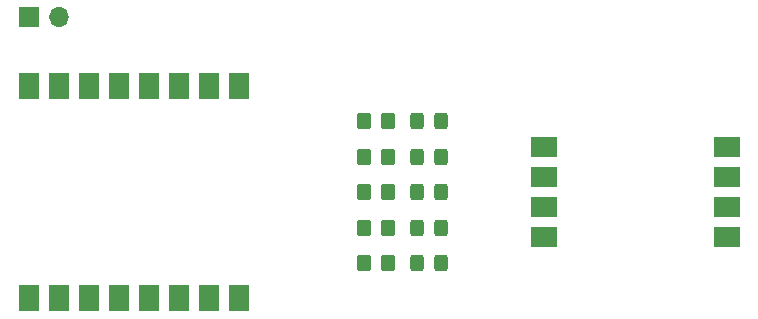
<source format=gbr>
%TF.GenerationSoftware,KiCad,Pcbnew,7.0.11*%
%TF.CreationDate,2024-11-27T22:18:04+00:00*%
%TF.ProjectId,project_x_pcb,70726f6a-6563-4745-9f78-5f7063622e6b,rev?*%
%TF.SameCoordinates,Original*%
%TF.FileFunction,Soldermask,Top*%
%TF.FilePolarity,Negative*%
%FSLAX46Y46*%
G04 Gerber Fmt 4.6, Leading zero omitted, Abs format (unit mm)*
G04 Created by KiCad (PCBNEW 7.0.11) date 2024-11-27 22:18:04*
%MOMM*%
%LPD*%
G01*
G04 APERTURE LIST*
G04 Aperture macros list*
%AMRoundRect*
0 Rectangle with rounded corners*
0 $1 Rounding radius*
0 $2 $3 $4 $5 $6 $7 $8 $9 X,Y pos of 4 corners*
0 Add a 4 corners polygon primitive as box body*
4,1,4,$2,$3,$4,$5,$6,$7,$8,$9,$2,$3,0*
0 Add four circle primitives for the rounded corners*
1,1,$1+$1,$2,$3*
1,1,$1+$1,$4,$5*
1,1,$1+$1,$6,$7*
1,1,$1+$1,$8,$9*
0 Add four rect primitives between the rounded corners*
20,1,$1+$1,$2,$3,$4,$5,0*
20,1,$1+$1,$4,$5,$6,$7,0*
20,1,$1+$1,$6,$7,$8,$9,0*
20,1,$1+$1,$8,$9,$2,$3,0*%
G04 Aperture macros list end*
%ADD10RoundRect,0.250000X0.325000X0.450000X-0.325000X0.450000X-0.325000X-0.450000X0.325000X-0.450000X0*%
%ADD11RoundRect,0.250000X-0.350000X-0.450000X0.350000X-0.450000X0.350000X0.450000X-0.350000X0.450000X0*%
%ADD12R,2.200000X1.800000*%
%ADD13R,1.800000X2.200000*%
%ADD14R,1.700000X1.700000*%
%ADD15O,1.700000X1.700000*%
G04 APERTURE END LIST*
D10*
%TO.C,D3*%
X102010000Y-71000000D03*
X99960000Y-71000000D03*
%TD*%
D11*
%TO.C,R2*%
X95510000Y-68000000D03*
X97510000Y-68000000D03*
%TD*%
D12*
%TO.C,U2*%
X110750000Y-67190000D03*
X110750000Y-69730000D03*
X110750000Y-72270000D03*
X110750000Y-74810000D03*
X126250000Y-74810000D03*
X126250000Y-72270000D03*
X126250000Y-69730000D03*
X126250000Y-67190000D03*
%TD*%
D11*
%TO.C,R3*%
X95510000Y-71000000D03*
X97510000Y-71000000D03*
%TD*%
%TO.C,R5*%
X95510000Y-77000000D03*
X97510000Y-77000000D03*
%TD*%
D13*
%TO.C,U1*%
X67110000Y-80000000D03*
X69650000Y-80000000D03*
X72190000Y-80000000D03*
X74730000Y-80000000D03*
X77270000Y-80000000D03*
X79810000Y-80000000D03*
X82350000Y-80000000D03*
X84890000Y-80000000D03*
X84890000Y-62000000D03*
X82350000Y-62000000D03*
X79810000Y-62000000D03*
X77270000Y-62000000D03*
X74730000Y-62000000D03*
X72190000Y-62000000D03*
X69650000Y-62000000D03*
X67110000Y-62000000D03*
%TD*%
D11*
%TO.C,R4*%
X95510000Y-74000000D03*
X97510000Y-74000000D03*
%TD*%
D10*
%TO.C,D2*%
X102010000Y-68000000D03*
X99960000Y-68000000D03*
%TD*%
%TO.C,D1*%
X102010000Y-65000000D03*
X99960000Y-65000000D03*
%TD*%
D11*
%TO.C,R1*%
X95510000Y-65000000D03*
X97510000Y-65000000D03*
%TD*%
D10*
%TO.C,D4*%
X102010000Y-74000000D03*
X99960000Y-74000000D03*
%TD*%
%TO.C,D5*%
X102010000Y-77000000D03*
X99960000Y-77000000D03*
%TD*%
D14*
%TO.C,J1*%
X67100000Y-56200000D03*
D15*
X69640000Y-56200000D03*
%TD*%
M02*

</source>
